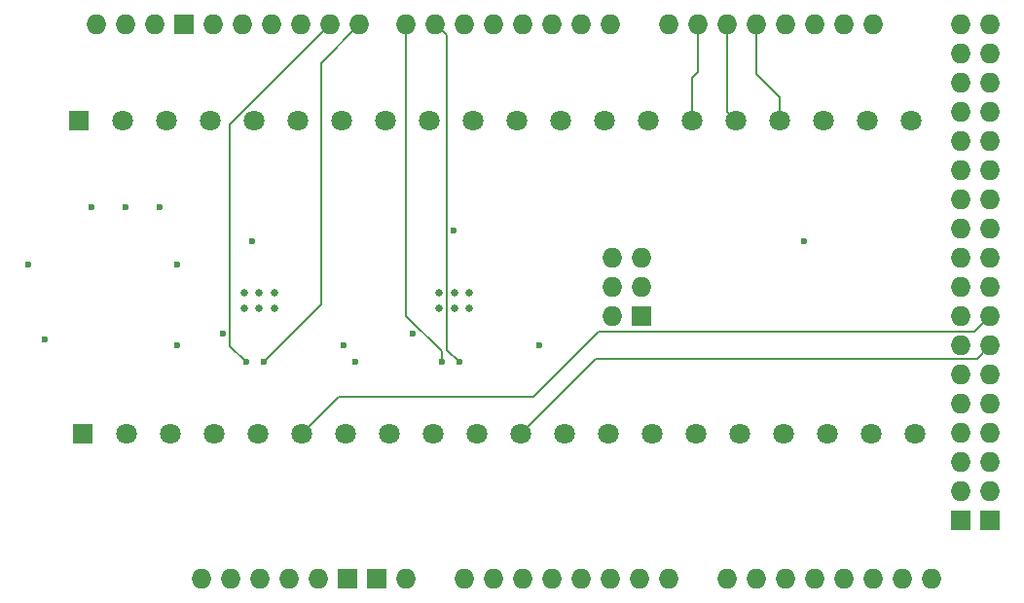
<source format=gbr>
%TF.GenerationSoftware,KiCad,Pcbnew,9.0.2*%
%TF.CreationDate,2025-06-29T11:55:11-05:00*%
%TF.ProjectId,k3ng-Rotator-v2,6b336e67-2d52-46f7-9461-746f722d7632,rev?*%
%TF.SameCoordinates,Original*%
%TF.FileFunction,Copper,L4,Inr*%
%TF.FilePolarity,Positive*%
%FSLAX46Y46*%
G04 Gerber Fmt 4.6, Leading zero omitted, Abs format (unit mm)*
G04 Created by KiCad (PCBNEW 9.0.2) date 2025-06-29 11:55:11*
%MOMM*%
%LPD*%
G01*
G04 APERTURE LIST*
%TA.AperFunction,ComponentPad*%
%ADD10R,1.800000X1.800000*%
%TD*%
%TA.AperFunction,ComponentPad*%
%ADD11C,1.800000*%
%TD*%
%TA.AperFunction,ComponentPad*%
%ADD12C,0.630000*%
%TD*%
%TA.AperFunction,ComponentPad*%
%ADD13O,1.727200X1.727200*%
%TD*%
%TA.AperFunction,ComponentPad*%
%ADD14R,1.727200X1.727200*%
%TD*%
%TA.AperFunction,ViaPad*%
%ADD15C,0.600000*%
%TD*%
%TA.AperFunction,Conductor*%
%ADD16C,0.200000*%
%TD*%
G04 APERTURE END LIST*
D10*
%TO.N,GND*%
%TO.C,J2*%
X100437470Y-67957204D03*
D11*
%TO.N,+5V*%
X104247470Y-67957204D03*
%TO.N,GND*%
X108057470Y-67957204D03*
%TO.N,/AZEnc-A*%
X111867470Y-67957204D03*
%TO.N,/AZEnc-B*%
X115677470Y-67957204D03*
%TO.N,+5V*%
X119487470Y-67957204D03*
%TO.N,+12V*%
X123297470Y-67957204D03*
%TO.N,/ElevEnc-B*%
X127107470Y-67957204D03*
%TO.N,/ElevEnc-A*%
X130917470Y-67957204D03*
%TO.N,/AzM1*%
X134727470Y-67957204D03*
%TO.N,/AzM2*%
X138537470Y-67957204D03*
%TO.N,/ElvM2*%
X142347470Y-67957204D03*
%TO.N,/ElvM1*%
X146157470Y-67957204D03*
%TO.N,+12V*%
X149967470Y-67957204D03*
%TO.N,/D15*%
X153777470Y-67957204D03*
%TO.N,/D16*%
X157587470Y-67957204D03*
%TO.N,/D17*%
X161397470Y-67957204D03*
%TO.N,/SCL*%
X165207470Y-67957204D03*
%TO.N,/SDA*%
X169017470Y-67957204D03*
%TO.N,GND*%
X172827470Y-67957204D03*
%TD*%
D12*
%TO.N,GND*%
%TO.C,U1*%
X131795000Y-84275000D03*
X133095000Y-84275000D03*
X134395000Y-84275000D03*
X131795000Y-82975000D03*
X133095000Y-82975000D03*
X134395000Y-82975000D03*
%TD*%
%TO.N,GND*%
%TO.C,U2*%
X114824367Y-84275000D03*
X116124367Y-84275000D03*
X117424367Y-84275000D03*
X114824367Y-82975000D03*
X116124367Y-82975000D03*
X117424367Y-82975000D03*
%TD*%
D13*
%TO.N,+12V*%
%TO.C,A1*%
X128911500Y-107844237D03*
%TO.N,unconnected-(A1-PadSDA)*%
X104527500Y-59584237D03*
%TO.N,unconnected-(A1-PadSCL)*%
X101987500Y-59584237D03*
%TO.N,unconnected-(A1-SPI_SCK-PadSCK)*%
X146818500Y-82444237D03*
%TO.N,unconnected-(A1-SPI_RESET-PadRST2)*%
X146818500Y-84984237D03*
%TO.N,unconnected-(A1-RESET-PadRST1)*%
X116211500Y-107844237D03*
%TO.N,unconnected-(A1-SPI_MOSI-PadMOSI)*%
X149358500Y-82444237D03*
%TO.N,unconnected-(A1-SPI_MISO-PadMISO)*%
X146818500Y-79904237D03*
%TO.N,unconnected-(A1-IOREF-PadIORF)*%
X113671500Y-107844237D03*
D14*
%TO.N,GND*%
X179711500Y-102764237D03*
X177171500Y-102764237D03*
%TO.N,unconnected-(A1-SPI_GND-PadGND4)*%
X149358500Y-84984237D03*
%TO.N,GND*%
X126371500Y-107844237D03*
X123831500Y-107844237D03*
X109607500Y-59584237D03*
D13*
%TO.N,unconnected-(A1-D53_CS-PadD53)*%
X179711500Y-100224237D03*
%TO.N,unconnected-(A1-D52_SCK-PadD52)*%
X177171500Y-100224237D03*
%TO.N,unconnected-(A1-D51_MOSI-PadD51)*%
X179711500Y-97684237D03*
%TO.N,unconnected-(A1-D50_MISO-PadD50)*%
X177171500Y-97684237D03*
%TO.N,/LCD-D7*%
X179711500Y-95144237D03*
%TO.N,unconnected-(A1-PadD48)*%
X177171500Y-95144237D03*
%TO.N,/LCD-D6*%
X179711500Y-92604237D03*
%TO.N,unconnected-(A1-PadD46)*%
X177171500Y-92604237D03*
%TO.N,/LCD-D5*%
X179711500Y-90064237D03*
%TO.N,unconnected-(A1-PadD44)*%
X177171500Y-90064237D03*
%TO.N,/LCD-D4*%
X179711500Y-87524237D03*
%TO.N,unconnected-(A1-PadD42)*%
X177171500Y-87524237D03*
%TO.N,/LCD-RST*%
X179711500Y-84984237D03*
%TO.N,unconnected-(A1-PadD40)*%
X177171500Y-84984237D03*
%TO.N,/LCD-E*%
X179711500Y-82444237D03*
%TO.N,unconnected-(A1-PadD38)*%
X177171500Y-82444237D03*
%TO.N,unconnected-(A1-PadD37)*%
X179711500Y-79904237D03*
%TO.N,unconnected-(A1-PadD36)*%
X177171500Y-79904237D03*
%TO.N,unconnected-(A1-PadD35)*%
X179711500Y-77364237D03*
%TO.N,unconnected-(A1-PadD34)*%
X177171500Y-77364237D03*
%TO.N,unconnected-(A1-PadD33)*%
X179711500Y-74824237D03*
%TO.N,unconnected-(A1-PadD32)*%
X177171500Y-74824237D03*
%TO.N,unconnected-(A1-PadD31)*%
X179711500Y-72284237D03*
%TO.N,unconnected-(A1-PadD30)*%
X177171500Y-72284237D03*
%TO.N,unconnected-(A1-PadD29)*%
X179711500Y-69744237D03*
%TO.N,unconnected-(A1-PadD28)*%
X177171500Y-69744237D03*
%TO.N,unconnected-(A1-PadD27)*%
X179711500Y-67204237D03*
%TO.N,unconnected-(A1-PadD26)*%
X177171500Y-67204237D03*
%TO.N,unconnected-(A1-PadD25)*%
X179711500Y-64664237D03*
%TO.N,unconnected-(A1-PadD24)*%
X177171500Y-64664237D03*
%TO.N,unconnected-(A1-PadD23)*%
X179711500Y-62124237D03*
%TO.N,unconnected-(A1-PadD22)*%
X177171500Y-62124237D03*
%TO.N,/SDA*%
X169551500Y-59584237D03*
%TO.N,/SCL*%
X167011500Y-59584237D03*
%TO.N,/AZEnc-B*%
X164471500Y-59584237D03*
%TO.N,/AZEnc-A*%
X161931500Y-59584237D03*
%TO.N,/D17*%
X159391500Y-59584237D03*
%TO.N,/D16*%
X156851500Y-59584237D03*
%TO.N,/D15*%
X154311500Y-59584237D03*
%TO.N,unconnected-(A1-D14{slash}TX3-PadD14)*%
X151771500Y-59584237D03*
%TO.N,unconnected-(A1-PadD13)*%
X112147500Y-59584237D03*
%TO.N,unconnected-(A1-PadD12)*%
X114687500Y-59584237D03*
%TO.N,unconnected-(A1-PadD11)*%
X117227500Y-59584237D03*
%TO.N,unconnected-(A1-PadD10)*%
X119767500Y-59584237D03*
%TO.N,/ElvM1_In*%
X122307500Y-59584237D03*
%TO.N,/ElvM2_In*%
X124847500Y-59584237D03*
%TO.N,/AzM1_In*%
X128911500Y-59584237D03*
%TO.N,/AzM2_In*%
X131451500Y-59584237D03*
%TO.N,unconnected-(A1-PadD5)*%
X133991500Y-59584237D03*
%TO.N,unconnected-(A1-PadD4)*%
X136531500Y-59584237D03*
%TO.N,/ElevEnc-B*%
X139071500Y-59584237D03*
%TO.N,/ElevEnc-A*%
X141611500Y-59584237D03*
%TO.N,/Serial_TX*%
X144151500Y-59584237D03*
%TO.N,/Serial_RX*%
X146691500Y-59584237D03*
%TO.N,unconnected-(A1-PadAREF)*%
X107067500Y-59584237D03*
%TO.N,unconnected-(A1-PadA15)*%
X174631500Y-107844237D03*
%TO.N,unconnected-(A1-PadA14)*%
X172091500Y-107844237D03*
%TO.N,unconnected-(A1-PadA13)*%
X169551500Y-107844237D03*
%TO.N,unconnected-(A1-PadA12)*%
X167011500Y-107844237D03*
%TO.N,unconnected-(A1-PadA11)*%
X164471500Y-107844237D03*
%TO.N,unconnected-(A1-PadA10)*%
X161931500Y-107844237D03*
%TO.N,unconnected-(A1-PadA9)*%
X159391500Y-107844237D03*
%TO.N,unconnected-(A1-PadA8)*%
X156851500Y-107844237D03*
%TO.N,unconnected-(A1-PadA7)*%
X151771500Y-107844237D03*
%TO.N,unconnected-(A1-PadA6)*%
X149231500Y-107844237D03*
%TO.N,unconnected-(A1-PadA5)*%
X146691500Y-107844237D03*
%TO.N,unconnected-(A1-PadA4)*%
X144151500Y-107844237D03*
%TO.N,/SW-DWN*%
X141611500Y-107844237D03*
%TO.N,/SW-UP*%
X139071500Y-107844237D03*
%TO.N,/SW-CCW*%
X136531500Y-107844237D03*
%TO.N,/SW-CW*%
X133991500Y-107844237D03*
%TO.N,+5V*%
X179711500Y-59584237D03*
X177171500Y-59584237D03*
%TO.N,unconnected-(A1-SPI_5V-Pad5V2)*%
X149358500Y-79904237D03*
%TO.N,+5V*%
X121291500Y-107844237D03*
%TO.N,+3.3V*%
X118751500Y-107844237D03*
%TO.N,*%
X111131500Y-107844237D03*
%TD*%
D10*
%TO.N,+5V*%
%TO.C,J1*%
X100770148Y-95196454D03*
D11*
X104580148Y-95196454D03*
X108390148Y-95196454D03*
%TO.N,+3.3V*%
X112200148Y-95196454D03*
X116010148Y-95196454D03*
%TO.N,/LCD-RST*%
X119820148Y-95196454D03*
%TO.N,/LCD-E*%
X123630148Y-95196454D03*
%TO.N,/LCD-D7*%
X127440148Y-95196454D03*
%TO.N,/LCD-D6*%
X131250148Y-95196454D03*
%TO.N,/LCD-D5*%
X135060148Y-95196454D03*
%TO.N,/LCD-D4*%
X138870148Y-95196454D03*
%TO.N,/SW-CW*%
X142680148Y-95196454D03*
%TO.N,/SW-CCW*%
X146490148Y-95196454D03*
%TO.N,/SW-UP*%
X150300148Y-95196454D03*
%TO.N,/SW-DWN*%
X154110148Y-95196454D03*
%TO.N,/Serial_TX*%
X157920148Y-95196454D03*
%TO.N,/Serial_RX*%
X161730148Y-95196454D03*
%TO.N,GND*%
X165540148Y-95196454D03*
X169350148Y-95196454D03*
X173160148Y-95196454D03*
%TD*%
D15*
%TO.N,GND*%
X133011000Y-77500000D03*
X123500000Y-87500000D03*
X115500000Y-78500000D03*
X97500000Y-87000000D03*
X129500000Y-86500000D03*
X124500000Y-89000000D03*
X109000000Y-87500000D03*
X140440768Y-87500000D03*
X113000000Y-86500000D03*
%TO.N,+5V*%
X96000000Y-80500000D03*
X109000000Y-80500000D03*
%TO.N,/AzM2_In*%
X133500000Y-89000000D03*
%TO.N,/ElevEnc-B*%
X104500000Y-75500000D03*
%TO.N,/ElvM2_In*%
X116500000Y-89000000D03*
%TO.N,/AZEnc-B*%
X101500000Y-75500000D03*
%TO.N,+3.3V*%
X163500000Y-78500000D03*
%TO.N,/ElevEnc-A*%
X107500000Y-75500000D03*
%TO.N,/AzM1_In*%
X132000000Y-89000000D03*
%TO.N,/ElvM1_In*%
X115000000Y-89000000D03*
%TD*%
D16*
%TO.N,/D15*%
X154311500Y-59584237D02*
X154311500Y-63688500D01*
X154311500Y-63688500D02*
X153777470Y-64222530D01*
X153777470Y-64222530D02*
X153777470Y-67957204D01*
%TO.N,/D17*%
X161397470Y-67957204D02*
X161397470Y-65897470D01*
X161397470Y-65897470D02*
X159391500Y-63891500D01*
X159391500Y-63891500D02*
X159391500Y-59584237D01*
%TO.N,/D16*%
X156851500Y-59584237D02*
X156851500Y-67221234D01*
X156851500Y-67221234D02*
X157587470Y-67957204D01*
%TO.N,/D15*%
X153777470Y-60118267D02*
X154311500Y-59584237D01*
%TO.N,/AzM2_In*%
X132411000Y-60543737D02*
X132411000Y-87911000D01*
X132411000Y-87911000D02*
X133500000Y-89000000D01*
X131451500Y-59584237D02*
X132411000Y-60543737D01*
%TO.N,/ElvM2_In*%
X121500000Y-62931737D02*
X121500000Y-84000000D01*
X121500000Y-84000000D02*
X116500000Y-89000000D01*
X124847500Y-59584237D02*
X121500000Y-62931737D01*
%TO.N,/LCD-D4*%
X178546900Y-88688837D02*
X179711500Y-87524237D01*
X145377765Y-88688837D02*
X178546900Y-88688837D01*
X138870148Y-95196454D02*
X145377765Y-88688837D01*
%TO.N,/AzM1_In*%
X128911500Y-84978600D02*
X132000000Y-88067100D01*
X132000000Y-88067100D02*
X132000000Y-89000000D01*
X128911500Y-59584237D02*
X128911500Y-84978600D01*
%TO.N,/LCD-RST*%
X178336100Y-86359637D02*
X179711500Y-84984237D01*
X119820148Y-95196454D02*
X123016602Y-92000000D01*
X140000000Y-92000000D02*
X145640363Y-86359637D01*
X123016602Y-92000000D02*
X140000000Y-92000000D01*
X145640363Y-86359637D02*
X178336100Y-86359637D01*
%TO.N,/ElvM1_In*%
X113601000Y-68290737D02*
X113601000Y-87601000D01*
X113601000Y-87601000D02*
X115000000Y-89000000D01*
X122307500Y-59584237D02*
X113601000Y-68290737D01*
%TD*%
M02*

</source>
